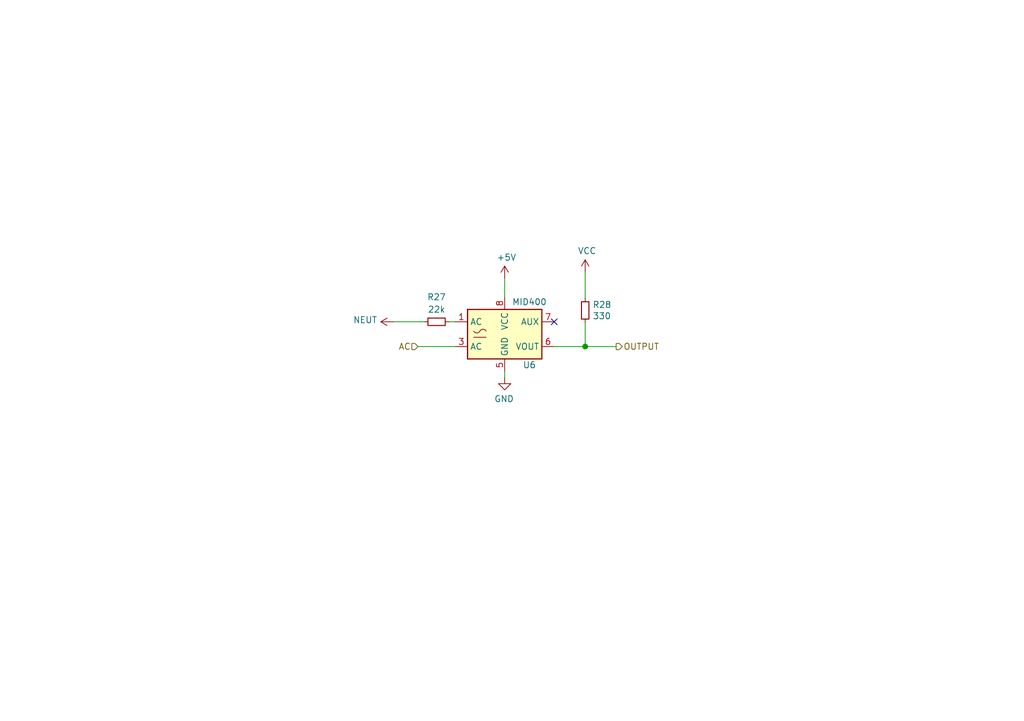
<source format=kicad_sch>
(kicad_sch (version 20201015) (generator eeschema)
  (page 0 6)
  (paper "A5")
  (lib_symbols
    (symbol "Device:R_Small" (pin_numbers hide) (pin_names (offset 0.254) hide)
      (property "Reference" "R" (at 0.762 0.508 0))
      (property "Value" "R_Small" (at 0.762 -1.016 0))
      (symbol "R_Small_0_1"
        (rectangle (start -0.762 1.778) (end 0.762 -1.778) (stroke (width 0.2032)))
      )
      (symbol "R_Small_1_1"
        (pin passive line (at 0 2.54 270) (length 0.762) (name "~") (number "1"))
        (pin passive line (at 0 -2.54 90) (length 0.762) (name "~") (number "2"))
      )
    )
    (symbol "Isolator:MID400"
      (property "Reference" "U" (at 5.715 6.985 0))
      (property "Value" "MID400" (at 5.715 8.89 0))
      (symbol "MID400_0_1"
        (arc (start -6.35 0.635) (end -5.08 0.635) (radius (at -5.715 0.9652) (length 0.7112) (angles -152.5 -27.5)))
        (arc (start -3.81 0.635) (end -5.08 0.635) (radius (at -4.445 0.2794) (length 0.7366) (angles 29.2 150.8)))
        (rectangle (start -7.62 5.08) (end 7.62 -5.08) (stroke (width 0.254)) (fill (type background)))
        (polyline (pts (xy -6.35 -0.635) (xy -3.81 -0.635)))
      )
      (symbol "MID400_1_1"
        (pin input line (at -10.16 2.54 0) (length 2.54) (name "AC") (number "1"))
        (pin unconnected line (at -10.16 0 0) (length 2.54) hide (name "NC") (number "2"))
        (pin input line (at -10.16 -2.54 0) (length 2.54) (name "AC") (number "3"))
        (pin unconnected line (at 10.16 0 180) (length 2.54) hide (name "NC") (number "4"))
        (pin power_in line (at 0 -7.62 90) (length 2.54) (name "GND") (number "5"))
        (pin open_collector line (at 10.16 -2.54 180) (length 2.54) (name "VOUT") (number "6"))
        (pin passive line (at 10.16 2.54 180) (length 2.54) (name "AUX") (number "7"))
        (pin power_in line (at 0 7.62 270) (length 2.54) (name "VCC") (number "8"))
      )
    )
    (symbol "power:+5V" (power) (pin_names (offset 0))
      (property "Value" "+5V" (at 0 3.556 0))
      (symbol "+5V_0_1"
        (polyline (pts (xy -0.762 1.27) (xy 0 2.54)))
        (polyline (pts (xy 0 0) (xy 0 2.54)))
        (polyline (pts (xy 0 2.54) (xy 0.762 1.27)))
      )
      (symbol "+5V_1_1"
        (pin power_in line (at 0 0 90) (length 0) hide (name "+5V") (number "1"))
      )
    )
    (symbol "power:GND" (power) (pin_names (offset 0))
      (property "Value" "GND" (at 0 -3.81 0))
      (symbol "GND_0_1"
        (polyline (pts (xy 0 0) (xy 0 -1.27) (xy 1.27 -1.27) (xy 0 -2.54) (xy -1.27 -1.27) (xy 0 -1.27)))
      )
      (symbol "GND_1_1"
        (pin power_in line (at 0 0 270) (length 0) hide (name "GND") (number "1"))
      )
    )
    (symbol "power:NEUT" (power) (pin_names (offset 0))
      (property "Value" "NEUT" (at 0 3.81 0))
      (symbol "NEUT_0_1"
        (polyline (pts (xy -0.762 1.27) (xy 0 2.54)))
        (polyline (pts (xy 0 0) (xy 0 2.54)))
        (polyline (pts (xy 0 2.54) (xy 0.762 1.27)))
      )
      (symbol "NEUT_1_1"
        (pin power_in line (at 0 0 90) (length 0) hide (name "NEUT") (number "1"))
      )
    )
    (symbol "power:VCC" (power) (pin_names (offset 0))
      (property "Value" "VCC" (at 0 3.81 0))
      (symbol "VCC_0_1"
        (polyline (pts (xy -0.762 1.27) (xy 0 2.54)))
        (polyline (pts (xy 0 0) (xy 0 2.54)))
        (polyline (pts (xy 0 2.54) (xy 0.762 1.27)))
      )
      (symbol "VCC_1_1"
        (pin power_in line (at 0 0 90) (length 0) hide (name "VCC") (number "1"))
      )
    )
  )
  (junction (at 120.015 71.12) (diameter 1.016))
  (no_connect (at 113.665 66.04))
  (wire (pts (xy 80.645 66.04) (xy 86.995 66.04)))
  (wire (pts (xy 85.725 71.12) (xy 93.345 71.12)))
  (wire (pts (xy 92.075 66.04) (xy 93.345 66.04)))
  (wire (pts (xy 103.505 57.15) (xy 103.505 60.96)))
  (wire (pts (xy 103.505 76.2) (xy 103.505 77.47)))
  (wire (pts (xy 113.665 71.12) (xy 120.015 71.12)))
  (wire (pts (xy 120.015 55.88) (xy 120.015 61.1632)))
  (wire (pts (xy 120.015 71.12) (xy 120.015 66.2432)))
  (wire (pts (xy 120.015 71.12) (xy 126.365 71.12)))
  (hierarchical_label "AC" (shape input) (at 85.725 71.12 180))
  (hierarchical_label "OUTPUT" (shape output) (at 126.365 71.12 0))
  (symbol (lib_id "power:NEUT") (at 80.645 66.04 90)
    (property "Reference" "#PWR037" (effects hide))
    (property "Value" "NEUT" (at 77.3938 65.659 90) (effects (justify left)))
  )
  (symbol (lib_id "power:+5V") (at 103.505 57.15 0)
    (property "Reference" "#PWR038" (effects hide))
    (property "Value" "+5V" (at 103.8733 52.8256 0))
  )
  (symbol (lib_id "power:VCC") (at 120.015 55.88 0)
    (property "Reference" "#PWR040" (effects hide))
    (property "Value" "VCC" (at 120.396 51.4858 0))
  )
  (symbol (lib_id "power:GND") (at 103.505 77.47 0) (mirror y)
    (property "Reference" "#PWR039" (effects hide))
    (property "Value" "GND" (at 103.378 81.8642 0))
  )
  (symbol (lib_id "Device:R_Small") (at 89.535 66.04 90)
    (property "Reference" "R27" (at 89.535 60.96 90))
    (property "Value" "22k" (at 89.535 63.5 90))
    (property "Footprint" "Resistor_SMD:R_0603_1608Metric_Pad1.05x0.95mm_HandSolder" (effects hide))
  )
  (symbol (lib_id "Device:R_Small") (at 120.015 63.7032 0)
    (property "Reference" "R28" (at 121.5136 62.5348 0) (effects (justify left)))
    (property "Value" "330" (at 121.5136 64.8462 0) (effects (justify left)))
    (property "Footprint" "Resistor_SMD:R_0603_1608Metric_Pad1.05x0.95mm_HandSolder" (effects hide))
  )
  (symbol (lib_id "Isolator:MID400") (at 103.505 68.58 0)
    (property "Reference" "U6" (at 108.585 74.9108 0))
    (property "Value" "MID400" (at 108.585 61.9695 0))
    (property "Footprint" "Package_DIP:DIP-8_W7.62mm" (effects hide))
    (property "Datasheet" "https://www.onsemi.com/pub/Collateral/MID400-D.pdf" (effects hide))
  )
)
</source>
